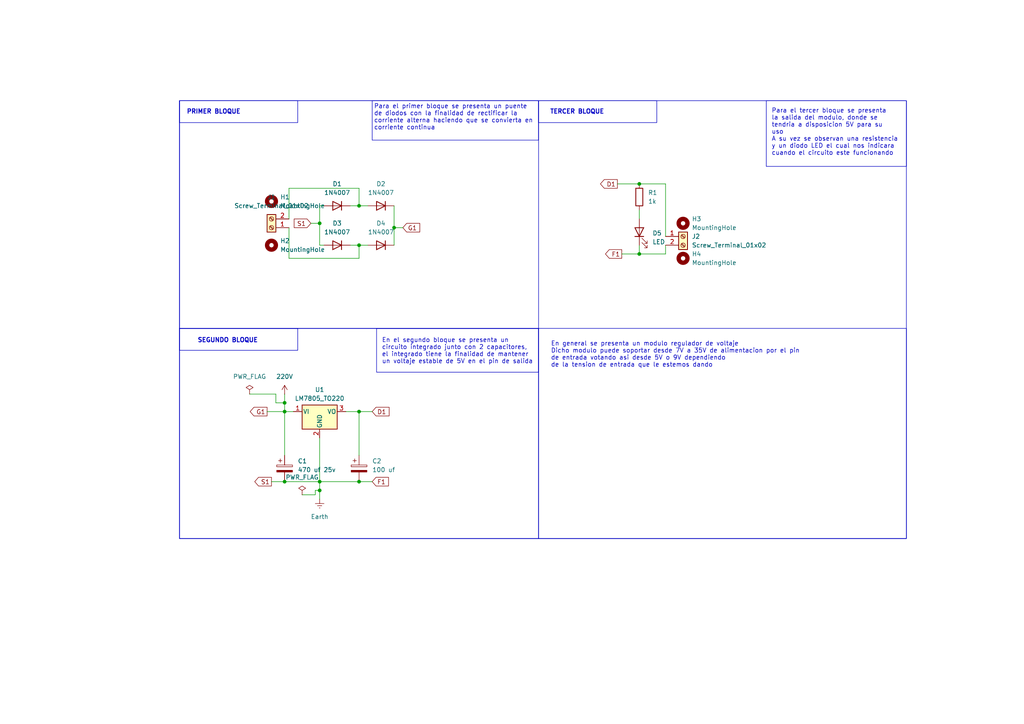
<source format=kicad_sch>
(kicad_sch (version 20231120) (generator "eeschema") (generator_version "8.0")
  (paper "A4")
  (lib_symbols
    (symbol "Connector:Screw_Terminal_01x02" (pin_names (offset 1.016) hide)
      (property "Reference" "J" (at 0 2.54 0))
      (property "Value" "Screw_Terminal_01x02" (at 0 -5.08 0))
      (symbol "Screw_Terminal_01x02_1_1"
        (rectangle (start -1.27 1.27) (end 1.27 -3.81) (stroke (width 0.254)) (fill (type background)))
        (circle (center 0 -2.54) (radius 0.635) (stroke (width 0.1524)))
        (polyline (pts (xy -0.5334 -2.2098) (xy 0.3302 -3.048)) (stroke (width 0.1524)))
        (polyline (pts (xy -0.5334 0.3302) (xy 0.3302 -0.508)) (stroke (width 0.1524)))
        (polyline (pts (xy -0.3556 -2.032) (xy 0.508 -2.8702)) (stroke (width 0.1524)))
        (polyline (pts (xy -0.3556 0.508) (xy 0.508 -0.3302)) (stroke (width 0.1524)))
        (circle (center 0 0) (radius 0.635) (stroke (width 0.1524)))
        (pin passive line (at -5.08 0 0) (length 3.81) (name "Pin_1") (number "1"))
        (pin passive line (at -5.08 -2.54 0) (length 3.81) (name "Pin_2") (number "2"))
      )
    )
    (symbol "Device:C_Polarized" (pin_numbers hide) (pin_names (offset 0.254))
      (property "Reference" "C" (at 0.635 2.54 0))
      (property "Value" "C_Polarized" (at 0.635 -2.54 0))
      (symbol "C_Polarized_0_1"
        (rectangle (start -2.286 0.508) (end 2.286 1.016))
        (polyline (pts (xy -1.778 2.286) (xy -0.762 2.286)))
        (polyline (pts (xy -1.27 2.794) (xy -1.27 1.778)))
        (rectangle (start 2.286 -0.508) (end -2.286 -1.016) (fill (type outline)))
      )
      (symbol "C_Polarized_1_1"
        (pin passive line (at 0 3.81 270) (length 2.794) (name "~") (number "1"))
        (pin passive line (at 0 -3.81 90) (length 2.794) (name "~") (number "2"))
      )
    )
    (symbol "Device:LED" (pin_numbers hide) (pin_names (offset 1.016) hide)
      (property "Reference" "D" (at 0 2.54 0))
      (property "Value" "LED" (at 0 -2.54 0))
      (symbol "LED_0_1"
        (polyline (pts (xy -1.27 -1.27) (xy -1.27 1.27)) (stroke (width 0.254)))
        (polyline (pts (xy -1.27 0) (xy 1.27 0)))
        (polyline (pts (xy 1.27 -1.27) (xy 1.27 1.27) (xy -1.27 0) (xy 1.27 -1.27)) (stroke (width 0.254)))
        (polyline (pts (xy -3.048 -0.762) (xy -4.572 -2.286) (xy -3.81 -2.286) (xy -4.572 -2.286) (xy -4.572 -1.524)))
        (polyline (pts (xy -1.778 -0.762) (xy -3.302 -2.286) (xy -2.54 -2.286) (xy -3.302 -2.286) (xy -3.302 -1.524)))
      )
      (symbol "LED_1_1"
        (pin passive line (at -3.81 0 0) (length 2.54) (name "K") (number "1"))
        (pin passive line (at 3.81 0 180) (length 2.54) (name "A") (number "2"))
      )
    )
    (symbol "Device:R" (pin_numbers hide) (pin_names (offset 0))
      (property "Reference" "R" (at 2.032 0 90))
      (property "Value" "R" (at 0 0 90))
      (symbol "R_0_1"
        (rectangle (start -1.016 -2.54) (end 1.016 2.54) (stroke (width 0.254)))
      )
      (symbol "R_1_1"
        (pin passive line (at 0 3.81 270) (length 1.27) (name "~") (number "1"))
        (pin passive line (at 0 -3.81 90) (length 1.27) (name "~") (number "2"))
      )
    )
    (symbol "Diode:1N4007" (pin_numbers hide) (pin_names hide)
      (property "Reference" "D" (at 0 2.54 0))
      (property "Value" "1N4007" (at 0 -2.54 0))
      (symbol "1N4007_0_1"
        (polyline (pts (xy -1.27 1.27) (xy -1.27 -1.27)) (stroke (width 0.254)))
        (polyline (pts (xy 1.27 0) (xy -1.27 0)))
        (polyline (pts (xy 1.27 1.27) (xy 1.27 -1.27) (xy -1.27 0) (xy 1.27 1.27)) (stroke (width 0.254)))
      )
      (symbol "1N4007_1_1"
        (pin passive line (at -3.81 0 0) (length 2.54) (name "K") (number "1"))
        (pin passive line (at 3.81 0 180) (length 2.54) (name "A") (number "2"))
      )
    )
    (symbol "Mechanical:MountingHole" (pin_names (offset 1.016)) (exclude_from_sim yes) (in_bom no)
      (property "Reference" "H" (at 0 5.08 0))
      (property "Value" "MountingHole" (at 0 3.175 0))
      (symbol "MountingHole_0_1"
        (circle (center 0 0) (radius 1.27) (stroke (width 1.27)))
      )
    )
    (symbol "Regulator_Linear:LM7805_TO220" (pin_names (offset 0.254))
      (property "Reference" "U" (at -3.81 3.175 0))
      (property "Value" "LM7805_TO220" (at 0 3.175 0))
      (symbol "LM7805_TO220_0_1"
        (rectangle (start -5.08 1.905) (end 5.08 -5.08) (stroke (width 0.254)) (fill (type background)))
      )
      (symbol "LM7805_TO220_1_1"
        (pin power_in line (at -7.62 0 0) (length 2.54) (name "VI") (number "1"))
        (pin power_in line (at 0 -7.62 90) (length 2.54) (name "GND") (number "2"))
        (pin power_out line (at 7.62 0 180) (length 2.54) (name "VO") (number "3"))
      )
    )
    (symbol "power:+48V" (power) (pin_numbers hide) (pin_names (offset 0) hide)
      (property "Value" "+48V" (at 0 3.556 0))
      (symbol "+48V_0_1"
        (polyline (pts (xy -0.762 1.27) (xy 0 2.54)))
        (polyline (pts (xy 0 0) (xy 0 2.54)))
        (polyline (pts (xy 0 2.54) (xy 0.762 1.27)))
      )
      (symbol "+48V_1_1"
        (pin power_in line (at 0 0 90) (length 0) (name "~") (number "1"))
      )
    )
    (symbol "power:Earth" (power) (pin_numbers hide) (pin_names (offset 0) hide)
      (property "Value" "Earth" (at 0 -3.81 0))
      (symbol "Earth_0_1"
        (polyline (pts (xy -0.635 -1.905) (xy 0.635 -1.905)))
        (polyline (pts (xy -0.127 -2.54) (xy 0.127 -2.54)))
        (polyline (pts (xy 0 -1.27) (xy 0 0)))
        (polyline (pts (xy 1.27 -1.27) (xy -1.27 -1.27)))
      )
      (symbol "Earth_1_1"
        (pin power_in line (at 0 0 270) (length 0) (name "~") (number "1"))
      )
    )
    (symbol "power:PWR_FLAG" (power) (pin_numbers hide) (pin_names (offset 0) hide)
      (property "Value" "PWR_FLAG" (at 0 3.81 0))
      (symbol "PWR_FLAG_0_0"
        (pin power_out line (at 0 0 90) (length 0) (name "~") (number "1"))
      )
      (symbol "PWR_FLAG_0_1"
        (polyline (pts (xy 0 0) (xy 0 1.27) (xy -1.016 1.905) (xy 0 2.54) (xy 1.016 1.905) (xy 0 1.27)))
      )
    )
  )
  (junction (at 82.55 116.84))
  (junction (at 104.14 139.7))
  (junction (at 104.14 59.69))
  (junction (at 185.42 53.34))
  (junction (at 104.14 119.38))
  (junction (at 92.71 139.7))
  (junction (at 104.14 71.12))
  (junction (at 185.42 73.66))
  (junction (at 82.55 139.7))
  (junction (at 114.3 66.04))
  (junction (at 92.71 64.77))
  (junction (at 92.71 142.24))
  (junction (at 82.55 119.38))
  (wire (pts (xy 83.82 54.61) (xy 104.14 54.61)))
  (wire (pts (xy 104.14 139.7) (xy 107.95 139.7)))
  (wire (pts (xy 91.44 143.51) (xy 91.44 142.24)))
  (wire (pts (xy 104.14 119.38) (xy 107.95 119.38)))
  (wire (pts (xy 92.71 144.78) (xy 92.71 142.24)))
  (wire (pts (xy 82.55 119.38) (xy 82.55 132.08)))
  (wire (pts (xy 78.74 139.7) (xy 82.55 139.7)))
  (wire (pts (xy 83.82 54.61) (xy 83.82 63.5)))
  (wire (pts (xy 91.44 142.24) (xy 92.71 142.24)))
  (wire (pts (xy 114.3 66.04) (xy 116.84 66.04)))
  (wire (pts (xy 92.71 64.77) (xy 92.71 71.12)))
  (wire (pts (xy 185.42 73.66) (xy 185.42 71.12)))
  (wire (pts (xy 92.71 71.12) (xy 93.98 71.12)))
  (wire (pts (xy 85.09 119.38) (xy 82.55 119.38)))
  (wire (pts (xy 82.55 116.84) (xy 82.55 119.38)))
  (wire (pts (xy 104.14 119.38) (xy 104.14 132.08)))
  (wire (pts (xy 104.14 71.12) (xy 104.14 74.93)))
  (wire (pts (xy 87.63 143.51) (xy 91.44 143.51)))
  (wire (pts (xy 100.33 119.38) (xy 104.14 119.38)))
  (wire (pts (xy 114.3 59.69) (xy 114.3 66.04)))
  (wire (pts (xy 104.14 71.12) (xy 106.68 71.12)))
  (wire (pts (xy 77.47 119.38) (xy 82.55 119.38)))
  (wire (pts (xy 72.39 114.3) (xy 80.01 114.3)))
  (wire (pts (xy 92.71 59.69) (xy 92.71 64.77)))
  (wire (pts (xy 101.6 59.69) (xy 104.14 59.69)))
  (wire (pts (xy 114.3 66.04) (xy 114.3 71.12)))
  (wire (pts (xy 92.71 142.24) (xy 92.71 139.7)))
  (wire (pts (xy 80.01 116.84) (xy 82.55 116.84)))
  (wire (pts (xy 193.04 68.58) (xy 193.04 53.34)))
  (wire (pts (xy 101.6 71.12) (xy 104.14 71.12)))
  (wire (pts (xy 180.34 73.66) (xy 185.42 73.66)))
  (wire (pts (xy 92.71 139.7) (xy 104.14 139.7)))
  (wire (pts (xy 92.71 59.69) (xy 93.98 59.69)))
  (wire (pts (xy 83.82 74.93) (xy 83.82 66.04)))
  (wire (pts (xy 82.55 139.7) (xy 92.71 139.7)))
  (wire (pts (xy 179.07 53.34) (xy 185.42 53.34)))
  (wire (pts (xy 193.04 73.66) (xy 185.42 73.66)))
  (wire (pts (xy 80.01 114.3) (xy 80.01 116.84)))
  (wire (pts (xy 185.42 60.96) (xy 185.42 63.5)))
  (wire (pts (xy 90.17 64.77) (xy 92.71 64.77)))
  (wire (pts (xy 193.04 71.12) (xy 193.04 73.66)))
  (wire (pts (xy 83.82 74.93) (xy 104.14 74.93)))
  (wire (pts (xy 92.71 127) (xy 92.71 139.7)))
  (wire (pts (xy 82.55 114.3) (xy 82.55 116.84)))
  (wire (pts (xy 104.14 59.69) (xy 106.68 59.69)))
  (wire (pts (xy 193.04 53.34) (xy 185.42 53.34)))
  (wire (pts (xy 104.14 54.61) (xy 104.14 59.69)))
  (rectangle (start 156.21 95.25) (end 262.89 156.21))
  (rectangle (start 52.07 29.21) (end 156.21 95.25))
  (rectangle (start 222.25 29.21) (end 262.89 48.26))
  (rectangle (start 107.95 29.21) (end 156.21 40.64))
  (rectangle (start 52.07 95.25) (end 156.21 156.21))
  (rectangle (start 156.21 29.21) (end 190.5 35.56))
  (rectangle (start 52.07 29.21) (end 86.36 35.56))
  (rectangle (start 52.07 95.25) (end 86.36 101.6))
  (rectangle (start 52.07 29.21) (end 262.89 156.21))
  (rectangle (start 109.22 95.25) (end 156.21 107.95))
  (text "En el segundo bloque se presenta un\ncircuito integrado junto con 2 capacitores,\nel integrado tiene la finalidad de mantener\nun voltaje estable de 5V en el pin de salida " (at 110.744 101.854 0) (effects (font (size 1.27 1.27)) (justify left)))
  (text "TERCER BLOQUE\n" (at 167.386 32.512 0) (effects (font (size 1.27 1.27) (bold yes))))
  (text "Para el primer bloque se presenta un puente \nde diodos con la finalidad de rectificar la \ncorriente alterna haciendo que se convierta en\ncorriente continua\n" (at 108.458 34.036 0) (effects (font (size 1.27 1.27)) (justify left)))
  (text "PRIMER BLOQUE" (at 61.976 32.512 0) (effects (font (size 1.27 1.27) (thickness 0.254) (bold yes))))
  (text "En general se presenta un modulo regulador de voltaje \nDicho modulo puede soportar desde 7V a 35V de alimentacion por el pin \nde entrada votando asi desde 5V o 9V dependiendo\nde la tension de entrada que le estemos dando\n " (at 159.766 103.886 0) (effects (font (size 1.27 1.27)) (justify left)))
  (text "Para el tercer bloque se presenta \nla salida del modulo, donde se\ntendria a disposicion 5V para su \nuso\nA su vez se observan una resistencia\ny un diodo LED el cual nos indicara \ncuando el circuito este funcionando\n" (at 223.774 38.354 0) (effects (font (size 1.27 1.27)) (justify left)))
  (text "SEGUNDO BLOQUE \n" (at 66.548 98.806 0) (effects (font (size 1.27 1.27) (bold yes))))
  (global_label "G1" (shape output) (at 77.47 119.38 180) (property "Intersheetrefs" "${INTERSHEET_REFS}" (effects (hide yes))))
  (global_label "G1" (shape input) (at 116.84 66.04 0) (property "Intersheetrefs" "${INTERSHEET_REFS}" (effects (hide yes))))
  (global_label "S1" (shape input) (at 90.17 64.77 180) (property "Intersheetrefs" "${INTERSHEET_REFS}" (effects (hide yes))))
  (global_label "F1" (shape output) (at 180.34 73.66 180) (property "Intersheetrefs" "${INTERSHEET_REFS}" (effects (hide yes))))
  (global_label "F1" (shape input) (at 107.95 139.7 0) (property "Intersheetrefs" "${INTERSHEET_REFS}" (effects (hide yes))))
  (global_label "S1" (shape output) (at 78.74 139.7 180) (property "Intersheetrefs" "${INTERSHEET_REFS}" (effects (hide yes))))
  (global_label "D1" (shape output) (at 179.07 53.34 180) (property "Intersheetrefs" "${INTERSHEET_REFS}" (effects (hide yes))))
  (global_label "D1" (shape input) (at 107.95 119.38 0) (property "Intersheetrefs" "${INTERSHEET_REFS}" (effects (hide yes))))
  (symbol (lib_id "power:+48V") (at 82.55 114.3 0) (unit 1)
    (property "Reference" "#PWR01" (effects (hide yes)))
    (property "Value" "220V" (at 82.55 109.22 0))
    (property "Description" "Power symbol creates a global label with name \"+48V\"" (effects (hide yes)))
  )
  (symbol (lib_id "Mechanical:MountingHole") (at 78.74 71.12 0) (unit 1) (exclude_from_sim yes) (in_bom no)
    (property "Reference" "H2" (at 81.28 69.8499 0) (effects (justify left)))
    (property "Value" "MountingHole" (at 81.28 72.3899 0) (effects (justify left)))
    (property "Footprint" "MountingHole:MountingHole_2.7mm_M2.5_Pad_TopOnly" (effects (hide yes)))
    (property "Description" "Mounting Hole without connection" (effects (hide yes)))
  )
  (symbol (lib_id "Device:C_Polarized") (at 104.14 135.89 0) (unit 1)
    (property "Reference" "C2" (at 107.95 133.7309 0) (effects (justify left)))
    (property "Value" "100 uf" (at 107.95 136.2709 0) (effects (justify left)))
    (property "Footprint" "Capacitor_THT:CP_Radial_D5.0mm_P2.50mm" (effects (hide yes)))
    (property "Description" "Polarized capacitor" (effects (hide yes)))
  )
  (symbol (lib_id "Diode:1N4007") (at 110.49 71.12 180) (unit 1)
    (property "Reference" "D4" (at 110.49 64.77 0))
    (property "Value" "1N4007" (at 110.49 67.31 0))
    (property "Footprint" "Diode_THT:D_DO-41_SOD81_P10.16mm_Horizontal" (effects (hide yes)))
    (property "Datasheet" "http://www.vishay.com/docs/88503/1n4001.pdf" (effects (hide yes)))
    (property "Description" "1000V 1A General Purpose Rectifier Diode, DO-41" (effects (hide yes)))
    (property "Sim.Device" "D" (effects (hide yes)))
    (property "Sim.Pins" "1=K 2=A" (effects (hide yes)))
  )
  (symbol (lib_id "Diode:1N4007") (at 110.49 59.69 180) (unit 1)
    (property "Reference" "D2" (at 110.49 53.34 0))
    (property "Value" "1N4007" (at 110.49 55.88 0))
    (property "Footprint" "Diode_THT:D_DO-41_SOD81_P10.16mm_Horizontal" (effects (hide yes)))
    (property "Datasheet" "http://www.vishay.com/docs/88503/1n4001.pdf" (effects (hide yes)))
    (property "Description" "1000V 1A General Purpose Rectifier Diode, DO-41" (effects (hide yes)))
    (property "Sim.Device" "D" (effects (hide yes)))
    (property "Sim.Pins" "1=K 2=A" (effects (hide yes)))
  )
  (symbol (lib_id "Device:C_Polarized") (at 82.55 135.89 0) (unit 1)
    (property "Reference" "C1" (at 86.36 133.7309 0) (effects (justify left)))
    (property "Value" "470 uf 25v" (at 86.36 136.2709 0) (effects (justify left)))
    (property "Footprint" "Capacitor_THT:CP_Radial_D8.0mm_P3.50mm" (effects (hide yes)))
    (property "Description" "Polarized capacitor" (effects (hide yes)))
  )
  (symbol (lib_id "Mechanical:MountingHole") (at 78.74 58.42 0) (unit 1) (exclude_from_sim yes) (in_bom no)
    (property "Reference" "H1" (at 81.28 57.1499 0) (effects (justify left)))
    (property "Value" "MountingHole" (at 81.28 59.6899 0) (effects (justify left)))
    (property "Footprint" "MountingHole:MountingHole_2.7mm_M2.5_Pad_TopOnly" (effects (hide yes)))
    (property "Description" "Mounting Hole without connection" (effects (hide yes)))
  )
  (symbol (lib_id "Mechanical:MountingHole") (at 198.12 64.77 0) (unit 1) (exclude_from_sim yes) (in_bom no)
    (property "Reference" "H3" (at 200.66 63.4999 0) (effects (justify left)))
    (property "Value" "MountingHole" (at 200.66 66.0399 0) (effects (justify left)))
    (property "Footprint" "MountingHole:MountingHole_2.7mm_M2.5_Pad_TopOnly" (effects (hide yes)))
    (property "Description" "Mounting Hole without connection" (effects (hide yes)))
  )
  (symbol (lib_id "Connector:Screw_Terminal_01x02") (at 198.12 68.58 0) (unit 1)
    (property "Reference" "J2" (at 200.66 68.5799 0) (effects (justify left)))
    (property "Value" "Screw_Terminal_01x02" (at 200.66 71.1199 0) (effects (justify left)))
    (property "Footprint" "TerminalBlock:TerminalBlock_bornier-2_P5.08mm" (effects (hide yes)))
    (property "Description" "Generic screw terminal, single row, 01x02, script generated (kicad-library-utils/schlib/autogen/connector/)" (effects (hide yes)))
  )
  (symbol (lib_id "Diode:1N4007") (at 97.79 71.12 180) (unit 1)
    (property "Reference" "D3" (at 97.79 64.77 0))
    (property "Value" "1N4007" (at 97.79 67.31 0))
    (property "Footprint" "Diode_THT:D_DO-41_SOD81_P10.16mm_Horizontal" (effects (hide yes)))
    (property "Datasheet" "http://www.vishay.com/docs/88503/1n4001.pdf" (effects (hide yes)))
    (property "Description" "1000V 1A General Purpose Rectifier Diode, DO-41" (effects (hide yes)))
    (property "Sim.Device" "D" (effects (hide yes)))
    (property "Sim.Pins" "1=K 2=A" (effects (hide yes)))
  )
  (symbol (lib_id "power:PWR_FLAG") (at 72.39 114.3 0) (unit 1)
    (property "Reference" "#FLG01" (effects (hide yes)))
    (property "Value" "PWR_FLAG" (at 72.39 109.22 0))
    (property "Description" "Special symbol for telling ERC where power comes from" (effects (hide yes)))
  )
  (symbol (lib_id "Device:LED") (at 185.42 67.31 90) (unit 1)
    (property "Reference" "D5" (at 189.23 67.6274 90) (effects (justify right)))
    (property "Value" "LED" (at 189.23 70.1674 90) (effects (justify right)))
    (property "Footprint" "LED_THT:LED_D3.0mm" (effects (hide yes)))
    (property "Description" "Light emitting diode" (effects (hide yes)))
  )
  (symbol (lib_id "Diode:1N4007") (at 97.79 59.69 180) (unit 1)
    (property "Reference" "D1" (at 97.79 53.34 0))
    (property "Value" "1N4007" (at 97.79 55.88 0))
    (property "Footprint" "Diode_THT:D_DO-41_SOD81_P10.16mm_Horizontal" (effects (hide yes)))
    (property "Datasheet" "http://www.vishay.com/docs/88503/1n4001.pdf" (effects (hide yes)))
    (property "Description" "1000V 1A General Purpose Rectifier Diode, DO-41" (effects (hide yes)))
    (property "Sim.Device" "D" (effects (hide yes)))
    (property "Sim.Pins" "1=K 2=A" (effects (hide yes)))
  )
  (symbol (lib_id "Regulator_Linear:LM7805_TO220") (at 92.71 119.38 0) (unit 1)
    (property "Reference" "U1" (at 92.71 113.03 0))
    (property "Value" "LM7805_TO220" (at 92.71 115.57 0))
    (property "Footprint" "Package_TO_SOT_THT:TO-220-3_Vertical" (effects (hide yes)))
    (property "Datasheet" "https://www.onsemi.cn/PowerSolutions/document/MC7800-D.PDF" (effects (hide yes)))
    (property "Description" "Positive 1A 35V Linear Regulator, Fixed Output 5V, TO-220" (effects (hide yes)))
  )
  (symbol (lib_id "Device:R") (at 185.42 57.15 0) (unit 1)
    (property "Reference" "R1" (at 187.96 55.8799 0) (effects (justify left)))
    (property "Value" "1k " (at 187.96 58.4199 0) (effects (justify left)))
    (property "Footprint" "Resistor_THT:R_Axial_DIN0204_L3.6mm_D1.6mm_P7.62mm_Horizontal" (effects (hide yes)))
    (property "Description" "Resistor" (effects (hide yes)))
  )
  (symbol (lib_id "power:PWR_FLAG") (at 87.63 143.51 0) (unit 1)
    (property "Reference" "#FLG02" (effects (hide yes)))
    (property "Value" "PWR_FLAG" (at 87.63 138.43 0))
    (property "Description" "Special symbol for telling ERC where power comes from" (effects (hide yes)))
  )
  (symbol (lib_id "power:Earth") (at 92.71 144.78 0) (unit 1)
    (property "Reference" "#PWR02" (effects (hide yes)))
    (property "Value" "Earth" (at 92.71 149.86 0))
    (property "Description" "Power symbol creates a global label with name \"Earth\"" (effects (hide yes)))
  )
  (symbol (lib_id "Connector:Screw_Terminal_01x02") (at 78.74 66.04 180) (unit 1)
    (property "Reference" "J1" (at 78.74 57.15 0))
    (property "Value" "Screw_Terminal_01x02" (at 78.74 59.69 0))
    (property "Footprint" "TerminalBlock:TerminalBlock_bornier-2_P5.08mm" (effects (hide yes)))
    (property "Description" "Generic screw terminal, single row, 01x02, script generated (kicad-library-utils/schlib/autogen/connector/)" (effects (hide yes)))
  )
  (symbol (lib_id "Mechanical:MountingHole") (at 198.12 74.93 0) (unit 1) (exclude_from_sim yes) (in_bom no)
    (property "Reference" "H4" (at 200.66 73.6599 0) (effects (justify left)))
    (property "Value" "MountingHole" (at 200.66 76.1999 0) (effects (justify left)))
    (property "Footprint" "MountingHole:MountingHole_2.7mm_M2.5_Pad_TopOnly" (effects (hide yes)))
    (property "Description" "Mounting Hole without connection" (effects (hide yes)))
  )
)
</source>
